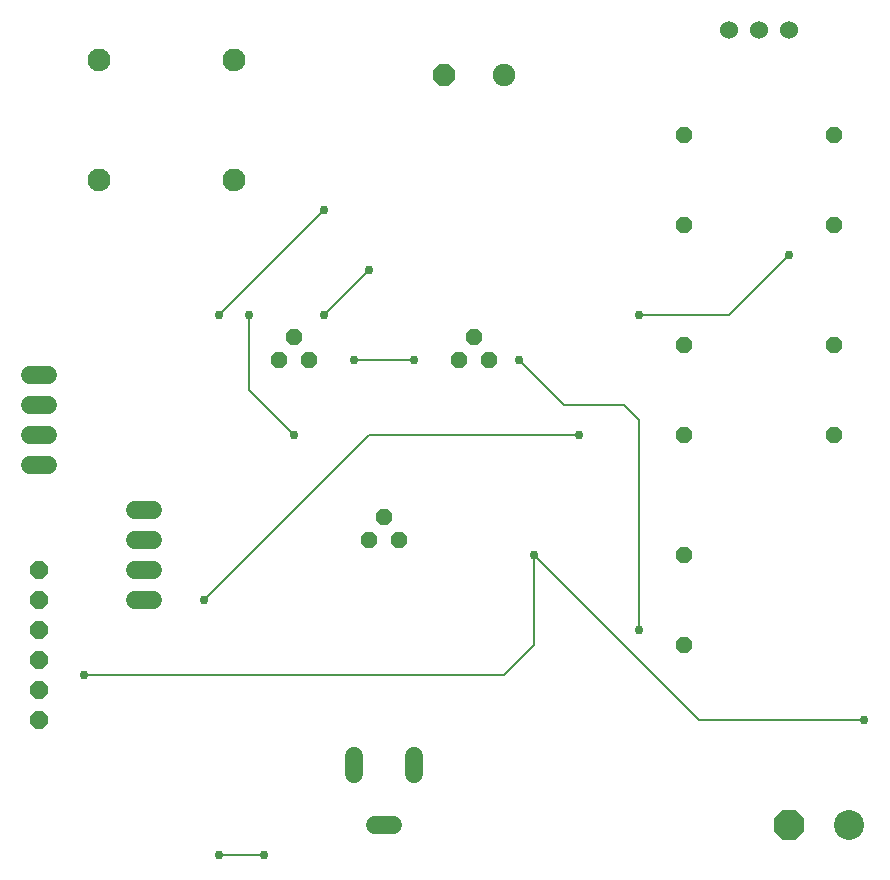
<source format=gbr>
G04 EAGLE Gerber RS-274X export*
G75*
%MOMM*%
%FSLAX34Y34*%
%LPD*%
%INBottom Copper*%
%IPPOS*%
%AMOC8*
5,1,8,0,0,1.08239X$1,22.5*%
G01*
%ADD10C,2.540000*%
%ADD11P,2.749271X8X202.500000*%
%ADD12C,1.930400*%
%ADD13C,1.524000*%
%ADD14P,1.429621X8X22.500000*%
%ADD15P,1.429621X8X112.500000*%
%ADD16P,1.429621X8X292.500000*%
%ADD17C,1.524000*%
%ADD18P,1.649562X8X202.500000*%
%ADD19C,1.905000*%
%ADD20P,2.061953X8X202.500000*%
%ADD21C,0.756400*%
%ADD22C,0.152400*%


D10*
X774700Y114300D03*
D11*
X723900Y114300D03*
D12*
X254000Y660400D03*
X254000Y762000D03*
X139700Y762000D03*
X139700Y660400D03*
D13*
X170180Y304800D02*
X185420Y304800D01*
X185420Y330200D02*
X170180Y330200D01*
X170180Y355600D02*
X185420Y355600D01*
X185420Y381000D02*
X170180Y381000D01*
D14*
X317500Y508000D03*
X304800Y527050D03*
X292100Y508000D03*
X393700Y355600D03*
X381000Y374650D03*
X368300Y355600D03*
X469900Y508000D03*
X457200Y527050D03*
X444500Y508000D03*
D15*
X762000Y444500D03*
X762000Y520700D03*
D16*
X762000Y698500D03*
X762000Y622300D03*
X635000Y342900D03*
X635000Y266700D03*
D15*
X635000Y444500D03*
X635000Y520700D03*
X635000Y622300D03*
X635000Y698500D03*
D13*
X96520Y419100D02*
X81280Y419100D01*
X81280Y444500D02*
X96520Y444500D01*
X96520Y469900D02*
X81280Y469900D01*
X81280Y495300D02*
X96520Y495300D01*
D17*
X723900Y787400D03*
X698500Y787400D03*
X673100Y787400D03*
D13*
X388620Y114300D02*
X373380Y114300D01*
X406400Y157480D02*
X406400Y172720D01*
X355600Y172720D02*
X355600Y157480D01*
D18*
X88900Y203200D03*
X88900Y228600D03*
X88900Y254000D03*
X88900Y279400D03*
X88900Y304800D03*
X88900Y330200D03*
D19*
X482600Y749300D03*
D20*
X431800Y749300D03*
D21*
X330200Y546100D03*
D22*
X368300Y584200D01*
D21*
X368300Y584200D03*
X723900Y596900D03*
D22*
X673100Y546100D01*
X596900Y546100D01*
D21*
X596900Y546100D03*
X508000Y342900D03*
D22*
X647700Y203200D01*
X787400Y203200D01*
D21*
X787400Y203200D03*
X127000Y241300D03*
D22*
X482600Y241300D01*
X508000Y266700D02*
X508000Y342900D01*
X508000Y266700D02*
X482600Y241300D01*
D21*
X355600Y508000D03*
D22*
X406400Y508000D01*
D21*
X406400Y508000D03*
X266700Y546100D03*
D22*
X266700Y482600D01*
X304800Y444500D01*
D21*
X304800Y444500D03*
X279400Y88900D03*
D22*
X241300Y88900D01*
D21*
X241300Y88900D03*
X495300Y508000D03*
D22*
X533400Y469900D01*
X584200Y469900D01*
X596900Y457200D01*
X596900Y279400D01*
D21*
X596900Y279400D03*
X330200Y635000D03*
D22*
X241300Y546100D01*
D21*
X241300Y546100D03*
X228600Y304800D03*
D22*
X368300Y444500D01*
X546100Y444500D01*
D21*
X546100Y444500D03*
M02*

</source>
